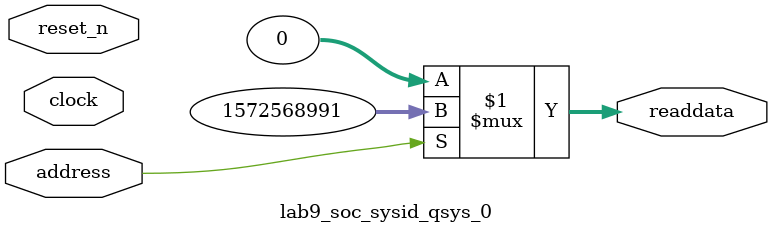
<source format=v>



// synthesis translate_off
`timescale 1ns / 1ps
// synthesis translate_on

// turn off superfluous verilog processor warnings 
// altera message_level Level1 
// altera message_off 10034 10035 10036 10037 10230 10240 10030 

module lab9_soc_sysid_qsys_0 (
               // inputs:
                address,
                clock,
                reset_n,

               // outputs:
                readdata
             )
;

  output  [ 31: 0] readdata;
  input            address;
  input            clock;
  input            reset_n;

  wire    [ 31: 0] readdata;
  //control_slave, which is an e_avalon_slave
  assign readdata = address ? 1572568991 : 0;

endmodule



</source>
